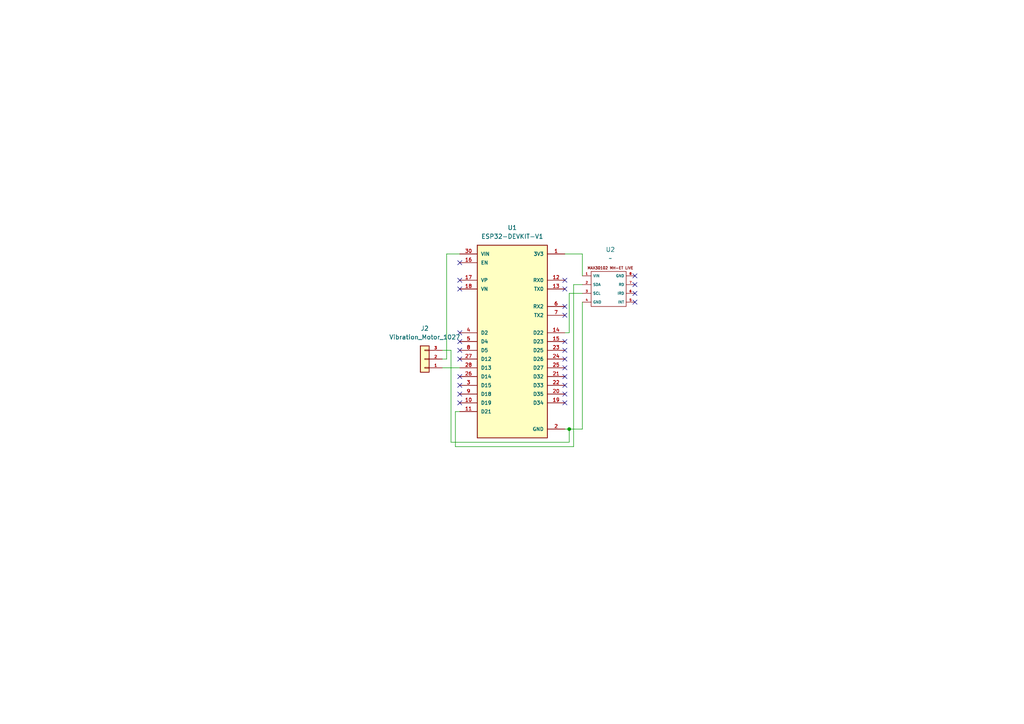
<source format=kicad_sch>
(kicad_sch
	(version 20250114)
	(generator "eeschema")
	(generator_version "9.0")
	(uuid "63854960-97f3-4caa-b7c4-4c64243467b2")
	(paper "A4")
	(lib_symbols
		(symbol "ESP32-DEVKIT-V1:ESP32-DEVKIT-V1"
			(pin_names
				(offset 1.016)
			)
			(exclude_from_sim no)
			(in_bom yes)
			(on_board yes)
			(property "Reference" "U"
				(at -10.16 30.48 0)
				(effects
					(font
						(size 1.27 1.27)
					)
					(justify left top)
				)
			)
			(property "Value" "ESP32-DEVKIT-V1"
				(at -10.16 -30.48 0)
				(effects
					(font
						(size 1.27 1.27)
					)
					(justify left bottom)
				)
			)
			(property "Footprint" "ESP32-DEVKIT-V1:MODULE_ESP32_DEVKIT_V1"
				(at 0 0 0)
				(effects
					(font
						(size 1.27 1.27)
					)
					(justify bottom)
					(hide yes)
				)
			)
			(property "Datasheet" ""
				(at 0 0 0)
				(effects
					(font
						(size 1.27 1.27)
					)
					(hide yes)
				)
			)
			(property "Description" ""
				(at 0 0 0)
				(effects
					(font
						(size 1.27 1.27)
					)
					(hide yes)
				)
			)
			(property "MF" "Do it"
				(at 0 0 0)
				(effects
					(font
						(size 1.27 1.27)
					)
					(justify bottom)
					(hide yes)
				)
			)
			(property "MAXIMUM_PACKAGE_HEIGHT" "6.8 mm"
				(at 0 0 0)
				(effects
					(font
						(size 1.27 1.27)
					)
					(justify bottom)
					(hide yes)
				)
			)
			(property "Package" "None"
				(at 0 0 0)
				(effects
					(font
						(size 1.27 1.27)
					)
					(justify bottom)
					(hide yes)
				)
			)
			(property "Price" "None"
				(at 0 0 0)
				(effects
					(font
						(size 1.27 1.27)
					)
					(justify bottom)
					(hide yes)
				)
			)
			(property "Check_prices" "https://www.snapeda.com/parts/ESP32-DEVKIT-V1/Do+it/view-part/?ref=eda"
				(at 0 0 0)
				(effects
					(font
						(size 1.27 1.27)
					)
					(justify bottom)
					(hide yes)
				)
			)
			(property "STANDARD" "Manufacturer Recommendations"
				(at 0 0 0)
				(effects
					(font
						(size 1.27 1.27)
					)
					(justify bottom)
					(hide yes)
				)
			)
			(property "PARTREV" "N/A"
				(at 0 0 0)
				(effects
					(font
						(size 1.27 1.27)
					)
					(justify bottom)
					(hide yes)
				)
			)
			(property "SnapEDA_Link" "https://www.snapeda.com/parts/ESP32-DEVKIT-V1/Do+it/view-part/?ref=snap"
				(at 0 0 0)
				(effects
					(font
						(size 1.27 1.27)
					)
					(justify bottom)
					(hide yes)
				)
			)
			(property "MP" "ESP32-DEVKIT-V1"
				(at 0 0 0)
				(effects
					(font
						(size 1.27 1.27)
					)
					(justify bottom)
					(hide yes)
				)
			)
			(property "Description_1" "Dual core, Wi-Fi: 2.4 GHz up to 150 Mbits/s,BLE (Bluetooth Low Energy) and legacy Bluetooth, 32 bits, Up to 240 MHz"
				(at 0 0 0)
				(effects
					(font
						(size 1.27 1.27)
					)
					(justify bottom)
					(hide yes)
				)
			)
			(property "Availability" "Not in stock"
				(at 0 0 0)
				(effects
					(font
						(size 1.27 1.27)
					)
					(justify bottom)
					(hide yes)
				)
			)
			(property "MANUFACTURER" "DOIT"
				(at 0 0 0)
				(effects
					(font
						(size 1.27 1.27)
					)
					(justify bottom)
					(hide yes)
				)
			)
			(symbol "ESP32-DEVKIT-V1_0_0"
				(rectangle
					(start -10.16 -27.94)
					(end 10.16 27.94)
					(stroke
						(width 0.254)
						(type default)
					)
					(fill
						(type background)
					)
				)
				(pin input line
					(at -15.24 25.4 0)
					(length 5.08)
					(name "VIN"
						(effects
							(font
								(size 1.016 1.016)
							)
						)
					)
					(number "30"
						(effects
							(font
								(size 1.016 1.016)
							)
						)
					)
				)
				(pin input line
					(at -15.24 22.86 0)
					(length 5.08)
					(name "EN"
						(effects
							(font
								(size 1.016 1.016)
							)
						)
					)
					(number "16"
						(effects
							(font
								(size 1.016 1.016)
							)
						)
					)
				)
				(pin bidirectional line
					(at -15.24 17.78 0)
					(length 5.08)
					(name "VP"
						(effects
							(font
								(size 1.016 1.016)
							)
						)
					)
					(number "17"
						(effects
							(font
								(size 1.016 1.016)
							)
						)
					)
				)
				(pin bidirectional line
					(at -15.24 15.24 0)
					(length 5.08)
					(name "VN"
						(effects
							(font
								(size 1.016 1.016)
							)
						)
					)
					(number "18"
						(effects
							(font
								(size 1.016 1.016)
							)
						)
					)
				)
				(pin bidirectional line
					(at -15.24 2.54 0)
					(length 5.08)
					(name "D2"
						(effects
							(font
								(size 1.016 1.016)
							)
						)
					)
					(number "4"
						(effects
							(font
								(size 1.016 1.016)
							)
						)
					)
				)
				(pin bidirectional line
					(at -15.24 0 0)
					(length 5.08)
					(name "D4"
						(effects
							(font
								(size 1.016 1.016)
							)
						)
					)
					(number "5"
						(effects
							(font
								(size 1.016 1.016)
							)
						)
					)
				)
				(pin bidirectional line
					(at -15.24 -2.54 0)
					(length 5.08)
					(name "D5"
						(effects
							(font
								(size 1.016 1.016)
							)
						)
					)
					(number "8"
						(effects
							(font
								(size 1.016 1.016)
							)
						)
					)
				)
				(pin bidirectional line
					(at -15.24 -5.08 0)
					(length 5.08)
					(name "D12"
						(effects
							(font
								(size 1.016 1.016)
							)
						)
					)
					(number "27"
						(effects
							(font
								(size 1.016 1.016)
							)
						)
					)
				)
				(pin bidirectional line
					(at -15.24 -7.62 0)
					(length 5.08)
					(name "D13"
						(effects
							(font
								(size 1.016 1.016)
							)
						)
					)
					(number "28"
						(effects
							(font
								(size 1.016 1.016)
							)
						)
					)
				)
				(pin bidirectional line
					(at -15.24 -10.16 0)
					(length 5.08)
					(name "D14"
						(effects
							(font
								(size 1.016 1.016)
							)
						)
					)
					(number "26"
						(effects
							(font
								(size 1.016 1.016)
							)
						)
					)
				)
				(pin bidirectional line
					(at -15.24 -12.7 0)
					(length 5.08)
					(name "D15"
						(effects
							(font
								(size 1.016 1.016)
							)
						)
					)
					(number "3"
						(effects
							(font
								(size 1.016 1.016)
							)
						)
					)
				)
				(pin bidirectional line
					(at -15.24 -15.24 0)
					(length 5.08)
					(name "D18"
						(effects
							(font
								(size 1.016 1.016)
							)
						)
					)
					(number "9"
						(effects
							(font
								(size 1.016 1.016)
							)
						)
					)
				)
				(pin bidirectional line
					(at -15.24 -17.78 0)
					(length 5.08)
					(name "D19"
						(effects
							(font
								(size 1.016 1.016)
							)
						)
					)
					(number "10"
						(effects
							(font
								(size 1.016 1.016)
							)
						)
					)
				)
				(pin bidirectional line
					(at -15.24 -20.32 0)
					(length 5.08)
					(name "D21"
						(effects
							(font
								(size 1.016 1.016)
							)
						)
					)
					(number "11"
						(effects
							(font
								(size 1.016 1.016)
							)
						)
					)
				)
				(pin output line
					(at 15.24 25.4 180)
					(length 5.08)
					(name "3V3"
						(effects
							(font
								(size 1.016 1.016)
							)
						)
					)
					(number "1"
						(effects
							(font
								(size 1.016 1.016)
							)
						)
					)
				)
				(pin input line
					(at 15.24 17.78 180)
					(length 5.08)
					(name "RX0"
						(effects
							(font
								(size 1.016 1.016)
							)
						)
					)
					(number "12"
						(effects
							(font
								(size 1.016 1.016)
							)
						)
					)
				)
				(pin output line
					(at 15.24 15.24 180)
					(length 5.08)
					(name "TX0"
						(effects
							(font
								(size 1.016 1.016)
							)
						)
					)
					(number "13"
						(effects
							(font
								(size 1.016 1.016)
							)
						)
					)
				)
				(pin input line
					(at 15.24 10.16 180)
					(length 5.08)
					(name "RX2"
						(effects
							(font
								(size 1.016 1.016)
							)
						)
					)
					(number "6"
						(effects
							(font
								(size 1.016 1.016)
							)
						)
					)
				)
				(pin output line
					(at 15.24 7.62 180)
					(length 5.08)
					(name "TX2"
						(effects
							(font
								(size 1.016 1.016)
							)
						)
					)
					(number "7"
						(effects
							(font
								(size 1.016 1.016)
							)
						)
					)
				)
				(pin bidirectional line
					(at 15.24 2.54 180)
					(length 5.08)
					(name "D22"
						(effects
							(font
								(size 1.016 1.016)
							)
						)
					)
					(number "14"
						(effects
							(font
								(size 1.016 1.016)
							)
						)
					)
				)
				(pin bidirectional line
					(at 15.24 0 180)
					(length 5.08)
					(name "D23"
						(effects
							(font
								(size 1.016 1.016)
							)
						)
					)
					(number "15"
						(effects
							(font
								(size 1.016 1.016)
							)
						)
					)
				)
				(pin bidirectional line
					(at 15.24 -2.54 180)
					(length 5.08)
					(name "D25"
						(effects
							(font
								(size 1.016 1.016)
							)
						)
					)
					(number "23"
						(effects
							(font
								(size 1.016 1.016)
							)
						)
					)
				)
				(pin bidirectional line
					(at 15.24 -5.08 180)
					(length 5.08)
					(name "D26"
						(effects
							(font
								(size 1.016 1.016)
							)
						)
					)
					(number "24"
						(effects
							(font
								(size 1.016 1.016)
							)
						)
					)
				)
				(pin bidirectional line
					(at 15.24 -7.62 180)
					(length 5.08)
					(name "D27"
						(effects
							(font
								(size 1.016 1.016)
							)
						)
					)
					(number "25"
						(effects
							(font
								(size 1.016 1.016)
							)
						)
					)
				)
				(pin bidirectional line
					(at 15.24 -10.16 180)
					(length 5.08)
					(name "D32"
						(effects
							(font
								(size 1.016 1.016)
							)
						)
					)
					(number "21"
						(effects
							(font
								(size 1.016 1.016)
							)
						)
					)
				)
				(pin bidirectional line
					(at 15.24 -12.7 180)
					(length 5.08)
					(name "D33"
						(effects
							(font
								(size 1.016 1.016)
							)
						)
					)
					(number "22"
						(effects
							(font
								(size 1.016 1.016)
							)
						)
					)
				)
				(pin bidirectional line
					(at 15.24 -15.24 180)
					(length 5.08)
					(name "D35"
						(effects
							(font
								(size 1.016 1.016)
							)
						)
					)
					(number "20"
						(effects
							(font
								(size 1.016 1.016)
							)
						)
					)
				)
				(pin bidirectional line
					(at 15.24 -17.78 180)
					(length 5.08)
					(name "D34"
						(effects
							(font
								(size 1.016 1.016)
							)
						)
					)
					(number "19"
						(effects
							(font
								(size 1.016 1.016)
							)
						)
					)
				)
				(pin power_in line
					(at 15.24 -25.4 180)
					(length 5.08)
					(name "GND"
						(effects
							(font
								(size 1.016 1.016)
							)
						)
					)
					(number "2"
						(effects
							(font
								(size 1.016 1.016)
							)
						)
					)
				)
				(pin power_in line
					(at 15.24 -25.4 180)
					(length 5.08)
					(hide yes)
					(name "GND"
						(effects
							(font
								(size 1.016 1.016)
							)
						)
					)
					(number "29"
						(effects
							(font
								(size 1.016 1.016)
							)
						)
					)
				)
			)
			(embedded_fonts no)
		)
		(symbol "MAX30102:MAX30102_Module"
			(exclude_from_sim no)
			(in_bom yes)
			(on_board yes)
			(property "Reference" "U"
				(at 0 7.112 0)
				(effects
					(font
						(size 1.27 1.27)
					)
				)
			)
			(property "Value" ""
				(at 0 0 0)
				(effects
					(font
						(size 1.27 1.27)
					)
				)
			)
			(property "Footprint" ""
				(at 0 0 0)
				(effects
					(font
						(size 1.27 1.27)
					)
					(hide yes)
				)
			)
			(property "Datasheet" ""
				(at 0 0 0)
				(effects
					(font
						(size 1.27 1.27)
					)
					(hide yes)
				)
			)
			(property "Description" ""
				(at 0 0 0)
				(effects
					(font
						(size 1.27 1.27)
					)
					(hide yes)
				)
			)
			(symbol "MAX30102_Module_0_1"
				(rectangle
					(start -5.08 3.81)
					(end 5.08 -6.35)
					(stroke
						(width 0)
						(type default)
					)
					(fill
						(type none)
					)
				)
			)
			(symbol "MAX30102_Module_1_1"
				(text "MAX30102 MH-ET LIVE"
					(at 0.508 4.826 0)
					(effects
						(font
							(size 0.762 0.762)
						)
					)
				)
				(pin power_in line
					(at -7.62 2.54 0)
					(length 2.54)
					(name "VIN"
						(effects
							(font
								(size 0.762 0.762)
							)
						)
					)
					(number "1"
						(effects
							(font
								(size 0.635 0.635)
							)
						)
					)
				)
				(pin bidirectional line
					(at -7.62 0 0)
					(length 2.54)
					(name "SDA"
						(effects
							(font
								(size 0.762 0.762)
							)
						)
					)
					(number "2"
						(effects
							(font
								(size 0.635 0.635)
							)
						)
					)
				)
				(pin input line
					(at -7.62 -2.54 0)
					(length 2.54)
					(name "SCL"
						(effects
							(font
								(size 0.762 0.762)
							)
						)
					)
					(number "3"
						(effects
							(font
								(size 0.635 0.635)
							)
						)
					)
				)
				(pin power_in line
					(at -7.62 -5.08 0)
					(length 2.54)
					(name "GND"
						(effects
							(font
								(size 0.762 0.762)
							)
						)
					)
					(number "4"
						(effects
							(font
								(size 0.635 0.635)
							)
						)
					)
				)
				(pin power_in line
					(at 7.62 2.54 180)
					(length 2.54)
					(name "GND"
						(effects
							(font
								(size 0.762 0.762)
							)
						)
					)
					(number "8"
						(effects
							(font
								(size 0.635 0.635)
							)
						)
					)
				)
				(pin passive line
					(at 7.62 0 180)
					(length 2.54)
					(name "RD"
						(effects
							(font
								(size 0.762 0.762)
							)
						)
					)
					(number "7"
						(effects
							(font
								(size 0.635 0.635)
							)
						)
					)
				)
				(pin passive line
					(at 7.62 -2.54 180)
					(length 2.54)
					(name "IRD"
						(effects
							(font
								(size 0.762 0.762)
							)
						)
					)
					(number "6"
						(effects
							(font
								(size 0.635 0.635)
							)
						)
					)
				)
				(pin open_collector line
					(at 7.62 -5.08 180)
					(length 2.54)
					(name "INT"
						(effects
							(font
								(size 0.762 0.762)
							)
						)
					)
					(number "5"
						(effects
							(font
								(size 0.635 0.635)
							)
						)
					)
				)
			)
			(embedded_fonts no)
		)
		(symbol "New_Library:Vibration_Motor_1027"
			(pin_names
				(offset 1.016)
				(hide yes)
			)
			(exclude_from_sim no)
			(in_bom yes)
			(on_board yes)
			(property "Reference" "J1"
				(at 0 8.89 0)
				(effects
					(font
						(size 1.27 1.27)
					)
				)
			)
			(property "Value" "Vibration_Motor_1027"
				(at 0 6.35 0)
				(effects
					(font
						(size 1.27 1.27)
					)
				)
			)
			(property "Footprint" ""
				(at 0 0 0)
				(effects
					(font
						(size 1.27 1.27)
					)
					(hide yes)
				)
			)
			(property "Datasheet" "~"
				(at 0 0 0)
				(effects
					(font
						(size 1.27 1.27)
					)
					(hide yes)
				)
			)
			(property "Description" "Generic connector, single row, 01x03, script generated (kicad-library-utils/schlib/autogen/connector/)"
				(at -0.508 9.906 0)
				(effects
					(font
						(size 1.27 1.27)
					)
					(hide yes)
				)
			)
			(property "ki_keywords" "connector"
				(at 0 0 0)
				(effects
					(font
						(size 1.27 1.27)
					)
					(hide yes)
				)
			)
			(property "ki_fp_filters" "Connector*:*_1x??_*"
				(at 0 0 0)
				(effects
					(font
						(size 1.27 1.27)
					)
					(hide yes)
				)
			)
			(symbol "Vibration_Motor_1027_1_1"
				(rectangle
					(start 1.27 2.413)
					(end 0 2.667)
					(stroke
						(width 0.1524)
						(type default)
					)
					(fill
						(type none)
					)
				)
				(rectangle
					(start 1.27 -0.127)
					(end 0 0.127)
					(stroke
						(width 0.1524)
						(type default)
					)
					(fill
						(type none)
					)
				)
				(rectangle
					(start 1.27 -2.667)
					(end 0 -2.413)
					(stroke
						(width 0.1524)
						(type default)
					)
					(fill
						(type none)
					)
				)
				(rectangle
					(start 1.27 -3.81)
					(end -1.27 3.81)
					(stroke
						(width 0.254)
						(type default)
					)
					(fill
						(type background)
					)
				)
				(pin input line
					(at 5.08 2.54 180)
					(length 3.81)
					(name "IN"
						(effects
							(font
								(size 0.762 0.762)
							)
						)
					)
					(number "3"
						(effects
							(font
								(size 0.762 0.762)
							)
						)
					)
				)
				(pin power_in line
					(at 5.08 0 180)
					(length 3.81)
					(name "GND"
						(effects
							(font
								(size 0.762 0.762)
							)
						)
					)
					(number "2"
						(effects
							(font
								(size 0.762 0.762)
							)
						)
					)
				)
				(pin power_in line
					(at 5.08 -2.54 180)
					(length 3.81)
					(name "VCC"
						(effects
							(font
								(size 0.762 0.762)
							)
						)
					)
					(number "1"
						(effects
							(font
								(size 0.762 0.762)
							)
						)
					)
				)
			)
			(embedded_fonts no)
		)
	)
	(junction
		(at 165.1 124.46)
		(diameter 0)
		(color 0 0 0 0)
		(uuid "35019ba3-29ac-4005-bdf2-57cd61b68636")
	)
	(no_connect
		(at 133.35 109.22)
		(uuid "050dd61a-35c9-4c1e-a995-d265e4fc1ed5")
	)
	(no_connect
		(at 133.35 116.84)
		(uuid "0cb1b203-3d42-48eb-a8fa-f0ac4c0e4c4d")
	)
	(no_connect
		(at 133.35 111.76)
		(uuid "1687323e-550c-435e-ac28-0be1bed44083")
	)
	(no_connect
		(at 184.15 87.63)
		(uuid "1b47aaa8-446f-4e80-9be1-cb2bd6fc4657")
	)
	(no_connect
		(at 133.35 76.2)
		(uuid "296f3ae7-8a1e-4a97-9122-32d1a3adf1bc")
	)
	(no_connect
		(at 133.35 96.52)
		(uuid "2b575ca4-3db7-424f-b0e6-b840e9282eb9")
	)
	(no_connect
		(at 163.83 116.84)
		(uuid "3695d47f-6a24-46cd-b705-c5a7761df8fa")
	)
	(no_connect
		(at 163.83 104.14)
		(uuid "36d6c5b1-23a3-4f99-ae00-bedf28655443")
	)
	(no_connect
		(at 163.83 111.76)
		(uuid "3955b648-9d94-4f14-af48-6b8f14ede978")
	)
	(no_connect
		(at 163.83 101.6)
		(uuid "4b4f0951-3764-4871-905f-83fc28456a7a")
	)
	(no_connect
		(at 133.35 101.6)
		(uuid "5b708b5a-0945-4758-8b50-d29af6212cae")
	)
	(no_connect
		(at 133.35 104.14)
		(uuid "6931ec84-6d4c-4277-ac1d-63a8414a4b5f")
	)
	(no_connect
		(at 133.35 83.82)
		(uuid "71933ed9-5d5c-4962-be5a-f71972ebda17")
	)
	(no_connect
		(at 163.83 99.06)
		(uuid "76e9088d-4d94-49d2-ba87-6d12d9a20044")
	)
	(no_connect
		(at 163.83 83.82)
		(uuid "76eee4e6-c12c-47ff-b6f4-21f234bf7f39")
	)
	(no_connect
		(at 163.83 88.9)
		(uuid "81e13509-a32a-4c15-bfae-79f215378359")
	)
	(no_connect
		(at 163.83 109.22)
		(uuid "833bc2ca-9b45-478f-b25d-32f01383a929")
	)
	(no_connect
		(at 163.83 91.44)
		(uuid "9d9debd7-a3da-4caa-8bb3-37a45fff50e6")
	)
	(no_connect
		(at 163.83 106.68)
		(uuid "a2ed58fb-a982-4f12-8cf8-0b690f3cf10e")
	)
	(no_connect
		(at 184.15 82.55)
		(uuid "b9ac9718-50a6-4f17-8771-a7903d2a5ab3")
	)
	(no_connect
		(at 133.35 99.06)
		(uuid "bd68d32a-38ff-4565-8c18-e4baae432db9")
	)
	(no_connect
		(at 163.83 81.28)
		(uuid "c74074db-c0bf-4cda-8c07-986aaf947740")
	)
	(no_connect
		(at 184.15 85.09)
		(uuid "e4bc6554-3ee8-4cf8-94fd-d50b54d0bdee")
	)
	(no_connect
		(at 133.35 81.28)
		(uuid "e8273f2f-85d7-4ecf-9225-1b7e1f1b01c3")
	)
	(no_connect
		(at 133.35 114.3)
		(uuid "f3a22295-1d93-48fe-a653-7b1a0463f24f")
	)
	(no_connect
		(at 184.15 80.01)
		(uuid "f83b9d86-1850-469a-91ba-ed9252b46ece")
	)
	(no_connect
		(at 163.83 114.3)
		(uuid "ff37f933-6696-4f29-b4ab-a4725621387f")
	)
	(wire
		(pts
			(xy 132.08 129.54) (xy 132.08 119.38)
		)
		(stroke
			(width 0)
			(type default)
		)
		(uuid "05774ad8-db3d-44a9-8498-fee136183b07")
	)
	(wire
		(pts
			(xy 165.1 124.46) (xy 168.91 124.46)
		)
		(stroke
			(width 0)
			(type default)
		)
		(uuid "173a9b93-8a6d-49cf-a7bb-148f047c3775")
	)
	(wire
		(pts
			(xy 132.08 119.38) (xy 133.35 119.38)
		)
		(stroke
			(width 0)
			(type default)
		)
		(uuid "197b7748-9824-421e-8329-b16242bb7904")
	)
	(wire
		(pts
			(xy 165.1 124.46) (xy 165.1 128.27)
		)
		(stroke
			(width 0)
			(type default)
		)
		(uuid "2175cac3-7a05-4816-abdd-968594368d75")
	)
	(wire
		(pts
			(xy 166.37 129.54) (xy 132.08 129.54)
		)
		(stroke
			(width 0)
			(type default)
		)
		(uuid "2d831fa4-f473-4d97-87ce-ac43aabf9c0e")
	)
	(wire
		(pts
			(xy 165.1 85.09) (xy 165.1 96.52)
		)
		(stroke
			(width 0)
			(type default)
		)
		(uuid "383da50e-8e4d-47b2-8360-a053091c55dd")
	)
	(wire
		(pts
			(xy 168.91 82.55) (xy 166.37 82.55)
		)
		(stroke
			(width 0)
			(type default)
		)
		(uuid "3d5c80da-9eb8-421c-be03-7eda04c65e6f")
	)
	(wire
		(pts
			(xy 130.81 101.6) (xy 130.81 128.27)
		)
		(stroke
			(width 0)
			(type default)
		)
		(uuid "4c1a1982-bb0a-490a-8a6d-7c91ff6512d3")
	)
	(wire
		(pts
			(xy 168.91 85.09) (xy 165.1 85.09)
		)
		(stroke
			(width 0)
			(type default)
		)
		(uuid "5256a61f-908c-4706-b0e5-5f3ab0125c1f")
	)
	(wire
		(pts
			(xy 166.37 82.55) (xy 166.37 129.54)
		)
		(stroke
			(width 0)
			(type default)
		)
		(uuid "6e7e350d-2868-45e9-ba0a-6ae0badd1685")
	)
	(wire
		(pts
			(xy 129.54 104.14) (xy 128.27 104.14)
		)
		(stroke
			(width 0)
			(type default)
		)
		(uuid "71011acd-d7e8-4164-8477-636d093daa6e")
	)
	(wire
		(pts
			(xy 163.83 73.66) (xy 168.91 73.66)
		)
		(stroke
			(width 0)
			(type default)
		)
		(uuid "779d19e7-2d78-4d52-b4cc-90d68427d758")
	)
	(wire
		(pts
			(xy 168.91 124.46) (xy 168.91 87.63)
		)
		(stroke
			(width 0)
			(type default)
		)
		(uuid "84629c15-5196-4d44-8a4c-a978f5efa916")
	)
	(wire
		(pts
			(xy 129.54 73.66) (xy 129.54 104.14)
		)
		(stroke
			(width 0)
			(type default)
		)
		(uuid "8f05e68c-b931-4332-ab7c-8a48e43162e8")
	)
	(wire
		(pts
			(xy 165.1 96.52) (xy 163.83 96.52)
		)
		(stroke
			(width 0)
			(type default)
		)
		(uuid "a7a91100-695d-4c97-88aa-1302e43bdd54")
	)
	(wire
		(pts
			(xy 163.83 124.46) (xy 165.1 124.46)
		)
		(stroke
			(width 0)
			(type default)
		)
		(uuid "ab0bd535-3eee-4069-81bc-93a8bd8ae4a0")
	)
	(wire
		(pts
			(xy 128.27 101.6) (xy 130.81 101.6)
		)
		(stroke
			(width 0)
			(type default)
		)
		(uuid "bb96724f-3faa-4c97-bea3-18e26b602a6c")
	)
	(wire
		(pts
			(xy 168.91 80.01) (xy 168.91 73.66)
		)
		(stroke
			(width 0)
			(type default)
		)
		(uuid "d7a2a757-e367-460d-97c3-ac30a43a3081")
	)
	(wire
		(pts
			(xy 129.54 73.66) (xy 133.35 73.66)
		)
		(stroke
			(width 0)
			(type default)
		)
		(uuid "df4d113d-97f1-41b1-8738-15cf2bbd7394")
	)
	(wire
		(pts
			(xy 128.27 106.68) (xy 133.35 106.68)
		)
		(stroke
			(width 0)
			(type default)
		)
		(uuid "ea31bd86-f7c5-4113-b1e3-23891f14d12e")
	)
	(wire
		(pts
			(xy 130.81 128.27) (xy 165.1 128.27)
		)
		(stroke
			(width 0)
			(type default)
		)
		(uuid "ffa491af-596b-48f2-a003-5baff78d156b")
	)
	(symbol
		(lib_id "MAX30102:MAX30102_Module")
		(at 176.53 82.55 0)
		(unit 1)
		(exclude_from_sim no)
		(in_bom yes)
		(on_board yes)
		(dnp no)
		(fields_autoplaced yes)
		(uuid "9ceb64ca-8c04-4708-b362-f62cb2a7128a")
		(property "Reference" "U2"
			(at 177.038 72.39 0)
			(effects
				(font
					(size 1.27 1.27)
				)
			)
		)
		(property "Value" "~"
			(at 177.038 74.93 0)
			(effects
				(font
					(size 1.27 1.27)
				)
			)
		)
		(property "Footprint" ""
			(at 176.53 82.55 0)
			(effects
				(font
					(size 1.27 1.27)
				)
				(hide yes)
			)
		)
		(property "Datasheet" ""
			(at 176.53 82.55 0)
			(effects
				(font
					(size 1.27 1.27)
				)
				(hide yes)
			)
		)
		(property "Description" ""
			(at 176.53 82.55 0)
			(effects
				(font
					(size 1.27 1.27)
				)
				(hide yes)
			)
		)
		(pin "8"
			(uuid "69c19611-dd9f-48c4-bbd3-dc89e40174fc")
		)
		(pin "1"
			(uuid "0fcd865a-2dc4-472b-bd10-3589b3640690")
		)
		(pin "2"
			(uuid "5f1a593e-d3d5-484d-a7f3-d1c1a21a3e0d")
		)
		(pin "3"
			(uuid "49257b01-6629-419d-99c5-6be63a4d5067")
		)
		(pin "4"
			(uuid "1610c827-95ae-4882-8109-9c10b83ddb43")
		)
		(pin "5"
			(uuid "4a34297e-be11-4e0e-9531-337c8d1962bb")
		)
		(pin "7"
			(uuid "e66635a5-bb76-43d0-9228-834962272cfc")
		)
		(pin "6"
			(uuid "ff735ecc-e9be-488e-a4db-dd242dac7cdf")
		)
		(instances
			(project ""
				(path "/63854960-97f3-4caa-b7c4-4c64243467b2"
					(reference "U2")
					(unit 1)
				)
			)
		)
	)
	(symbol
		(lib_id "New_Library:Vibration_Motor_1027")
		(at 123.19 104.14 0)
		(unit 1)
		(exclude_from_sim no)
		(in_bom yes)
		(on_board yes)
		(dnp no)
		(fields_autoplaced yes)
		(uuid "d3a18de6-ecee-4fc3-b0cf-1c824ca0a877")
		(property "Reference" "J2"
			(at 123.19 95.25 0)
			(effects
				(font
					(size 1.27 1.27)
				)
			)
		)
		(property "Value" "Vibration_Motor_1027"
			(at 123.19 97.79 0)
			(effects
				(font
					(size 1.27 1.27)
				)
			)
		)
		(property "Footprint" ""
			(at 123.19 104.14 0)
			(effects
				(font
					(size 1.27 1.27)
				)
				(hide yes)
			)
		)
		(property "Datasheet" "~"
			(at 123.19 104.14 0)
			(effects
				(font
					(size 1.27 1.27)
				)
				(hide yes)
			)
		)
		(property "Description" "Generic connector, single row, 01x03, script generated (kicad-library-utils/schlib/autogen/connector/)"
			(at 122.682 94.234 0)
			(effects
				(font
					(size 1.27 1.27)
				)
				(hide yes)
			)
		)
		(pin "3"
			(uuid "2f97eebc-af63-4829-84c1-a1202c71661d")
		)
		(pin "2"
			(uuid "01fad09b-81dc-4971-9f06-14a1690cccab")
		)
		(pin "1"
			(uuid "bd40c542-1070-41d6-835e-8f678c5889a4")
		)
		(instances
			(project "SWU"
				(path "/63854960-97f3-4caa-b7c4-4c64243467b2"
					(reference "J2")
					(unit 1)
				)
			)
		)
	)
	(symbol
		(lib_id "ESP32-DEVKIT-V1:ESP32-DEVKIT-V1")
		(at 148.59 99.06 0)
		(unit 1)
		(exclude_from_sim no)
		(in_bom yes)
		(on_board yes)
		(dnp no)
		(fields_autoplaced yes)
		(uuid "dd70fcfc-f215-447d-9e3b-d0ac6918892f")
		(property "Reference" "U1"
			(at 148.59 66.04 0)
			(effects
				(font
					(size 1.27 1.27)
				)
			)
		)
		(property "Value" "ESP32-DEVKIT-V1"
			(at 148.59 68.58 0)
			(effects
				(font
					(size 1.27 1.27)
				)
			)
		)
		(property "Footprint" "ESP32-DEVKIT-V1:MODULE_ESP32_DEVKIT_V1"
			(at 148.59 99.06 0)
			(effects
				(font
					(size 1.27 1.27)
				)
				(justify bottom)
				(hide yes)
			)
		)
		(property "Datasheet" ""
			(at 148.59 99.06 0)
			(effects
				(font
					(size 1.27 1.27)
				)
				(hide yes)
			)
		)
		(property "Description" ""
			(at 148.59 99.06 0)
			(effects
				(font
					(size 1.27 1.27)
				)
				(hide yes)
			)
		)
		(property "MF" "Do it"
			(at 148.59 99.06 0)
			(effects
				(font
					(size 1.27 1.27)
				)
				(justify bottom)
				(hide yes)
			)
		)
		(property "MAXIMUM_PACKAGE_HEIGHT" "6.8 mm"
			(at 148.59 99.06 0)
			(effects
				(font
					(size 1.27 1.27)
				)
				(justify bottom)
				(hide yes)
			)
		)
		(property "Package" "None"
			(at 148.59 99.06 0)
			(effects
				(font
					(size 1.27 1.27)
				)
				(justify bottom)
				(hide yes)
			)
		)
		(property "Price" "None"
			(at 148.59 99.06 0)
			(effects
				(font
					(size 1.27 1.27)
				)
				(justify bottom)
				(hide yes)
			)
		)
		(property "Check_prices" "https://www.snapeda.com/parts/ESP32-DEVKIT-V1/Do+it/view-part/?ref=eda"
			(at 148.59 99.06 0)
			(effects
				(font
					(size 1.27 1.27)
				)
				(justify bottom)
				(hide yes)
			)
		)
		(property "STANDARD" "Manufacturer Recommendations"
			(at 148.59 99.06 0)
			(effects
				(font
					(size 1.27 1.27)
				)
				(justify bottom)
				(hide yes)
			)
		)
		(property "PARTREV" "N/A"
			(at 148.59 99.06 0)
			(effects
				(font
					(size 1.27 1.27)
				)
				(justify bottom)
				(hide yes)
			)
		)
		(property "SnapEDA_Link" "https://www.snapeda.com/parts/ESP32-DEVKIT-V1/Do+it/view-part/?ref=snap"
			(at 148.59 99.06 0)
			(effects
				(font
					(size 1.27 1.27)
				)
				(justify bottom)
				(hide yes)
			)
		)
		(property "MP" "ESP32-DEVKIT-V1"
			(at 148.59 99.06 0)
			(effects
				(font
					(size 1.27 1.27)
				)
				(justify bottom)
				(hide yes)
			)
		)
		(property "Description_1" "Dual core, Wi-Fi: 2.4 GHz up to 150 Mbits/s,BLE (Bluetooth Low Energy) and legacy Bluetooth, 32 bits, Up to 240 MHz"
			(at 148.59 99.06 0)
			(effects
				(font
					(size 1.27 1.27)
				)
				(justify bottom)
				(hide yes)
			)
		)
		(property "Availability" "Not in stock"
			(at 148.59 99.06 0)
			(effects
				(font
					(size 1.27 1.27)
				)
				(justify bottom)
				(hide yes)
			)
		)
		(property "MANUFACTURER" "DOIT"
			(at 148.59 99.06 0)
			(effects
				(font
					(size 1.27 1.27)
				)
				(justify bottom)
				(hide yes)
			)
		)
		(pin "9"
			(uuid "3da46cd5-5978-4c52-a8fb-9c8142d0e845")
		)
		(pin "3"
			(uuid "f43134ea-d7bd-44aa-be83-ca2774751dd9")
		)
		(pin "6"
			(uuid "a525d6a6-1354-4269-848f-f5fd028dd37e")
		)
		(pin "10"
			(uuid "22407b07-623c-40e0-8815-ab017f18d13b")
		)
		(pin "23"
			(uuid "324aa56b-0295-4c23-b078-63bc2052a1ce")
		)
		(pin "22"
			(uuid "a2cd8aee-b6f2-4329-87c5-3fae87b3538f")
		)
		(pin "19"
			(uuid "e44cf42c-2913-425f-a698-a98835d7da65")
		)
		(pin "4"
			(uuid "b3b6f49f-9974-44d5-a0a2-5209e1587f85")
		)
		(pin "8"
			(uuid "54952986-6bc4-4c09-ad6b-5a5d6f4a86f9")
		)
		(pin "27"
			(uuid "fc3aab49-c560-4cc7-845c-637b04076907")
		)
		(pin "30"
			(uuid "94d4693d-7c69-4353-96fa-b4b7cf8536a7")
		)
		(pin "16"
			(uuid "2c808bae-b4a0-43e0-993f-e0baf892a958")
		)
		(pin "28"
			(uuid "900e09d6-407e-41b6-a2e6-c7b2acff346a")
		)
		(pin "11"
			(uuid "359385ff-0455-4fa8-b6ef-a695569a5638")
		)
		(pin "18"
			(uuid "ae401b6c-0262-4cfe-81c5-69f298dc54d4")
		)
		(pin "1"
			(uuid "ce36e947-2fed-46e2-86ec-6d02fbe03b31")
		)
		(pin "12"
			(uuid "a50b6167-ea14-4b04-8bed-13811ab36744")
		)
		(pin "17"
			(uuid "45aa372f-2abb-4ed4-a212-6c02f4f13c2f")
		)
		(pin "7"
			(uuid "5c0122af-7d6e-4539-ba5c-3b3c0e2ad7e2")
		)
		(pin "15"
			(uuid "0924b9a5-aafd-4a3d-8482-99fc10dc9909")
		)
		(pin "26"
			(uuid "75cead3b-a58f-4509-a3fe-92ecef6fef57")
		)
		(pin "5"
			(uuid "085254ec-a4fa-4b7b-aeae-6b4e6287f377")
		)
		(pin "13"
			(uuid "94b4854e-712f-4b84-9c19-89b417d672e0")
		)
		(pin "14"
			(uuid "70b9f861-f994-4399-b6ef-9b176da1cb95")
		)
		(pin "24"
			(uuid "7b541328-c68f-4317-8f0c-f88ada5eff0a")
		)
		(pin "25"
			(uuid "d1696489-2e53-41a0-851b-322e0e28af9f")
		)
		(pin "21"
			(uuid "fb215efd-74c9-4d90-92de-2ccbdd4e6738")
		)
		(pin "20"
			(uuid "d27f6ee6-4166-459a-a6dc-48200bf0ba24")
		)
		(pin "2"
			(uuid "ba423c98-d77b-4883-a9bf-bba53f8388ec")
		)
		(pin "29"
			(uuid "74e470b7-2b7d-462b-960b-1ad0710c9574")
		)
		(instances
			(project ""
				(path "/63854960-97f3-4caa-b7c4-4c64243467b2"
					(reference "U1")
					(unit 1)
				)
			)
		)
	)
	(sheet_instances
		(path "/"
			(page "1")
		)
	)
	(embedded_fonts no)
)

</source>
